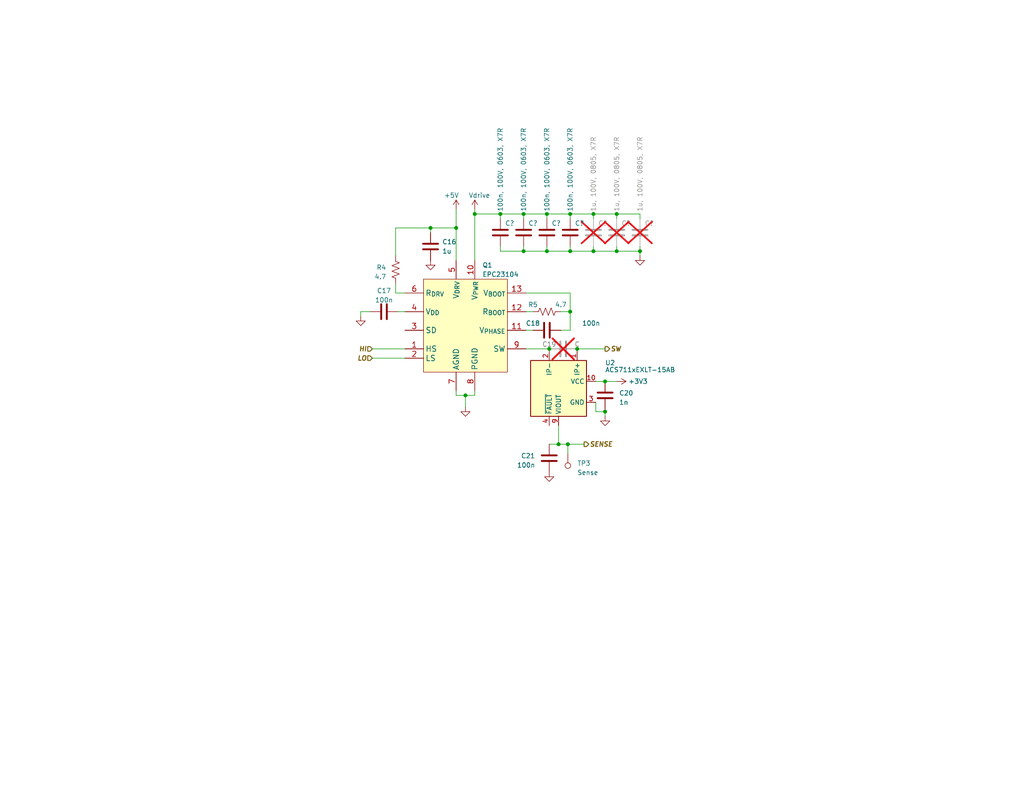
<source format=kicad_sch>
(kicad_sch (version 20230121) (generator eeschema)
  (paper "A")
  (title_block (title "ECE4760 Motor Driver") (date "2023-10-30") (rev "0") (company "Cornell High Energy Synchrotron Source") (comment 1 "Drive Stage") (comment 3 "S. Bywater") (comment 4 "S. Bywater"))
  (lib_symbols
    (symbol "ACS711xEXLT-15AB_1"
      (property "Reference" "U1" (at 17.78 6.35 90))
      (property "Value" "ACS711xEXLT-15AB" (at 17.78 3.81 90))
      (symbol "ACS711xEXLT-15AB_1_0_1"
        (rectangle (start -7.62 7.62) (end 7.62 -7.62) (stroke (width 0.254)) (fill (type background)))
      )
      (symbol "ACS711xEXLT-15AB_1_1_1"
        (pin passive line (at -10.16 5.08 0) (length 2.54) (name "IP+") (number "1"))
        (pin power_in line (at -1.905 10.16 270) (length 2.54) (name "VCC") (number "10"))
        (pin passive line (at -10.16 -2.54 0) (length 2.54) (name "IP-") (number "2"))
        (pin power_in line (at 3.81 10.16 270) (length 2.54) (name "GND") (number "3"))
        (pin output line (at 10.16 -2.54 180) (length 2.54) (name "~{FAULT}") (number "4"))
        (pin no_connect line (at -5.08 -10.16 90) (length 2.54) hide (name "NC") (number "5"))
        (pin no_connect line (at -5.08 -10.16 90) (length 2.54) hide (name "NC") (number "6"))
        (pin no_connect line (at -5.08 -10.16 90) (length 2.54) hide (name "NC") (number "7"))
        (pin no_connect line (at -5.08 -10.16 90) (length 2.54) hide (name "NC") (number "8"))
        (pin output line (at 10.16 0 180) (length 2.54) (name "VIOUT") (number "9"))
      )
    )
    (symbol "Connector:TestPoint" (pin_numbers hide) (pin_names (offset 0.762) hide)
      (property "Reference" "TP" (at 0 6.858 0))
      (property "Value" "TestPoint" (at 0 5.08 0))
      (symbol "TestPoint_0_1"
        (circle (center 0 3.302) (radius 0.762))
      )
      (symbol "TestPoint_1_1"
        (pin passive line (at 0 0 90) (length 2.54) (name "1") (number "1"))
      )
    )
    (symbol "Device:C" (pin_numbers hide) (pin_names (offset 0.254))
      (property "Reference" "C" (at 0.635 2.54 0))
      (property "Value" "C" (at 0.635 -2.54 0))
      (symbol "C_0_1"
        (polyline (pts (xy -2.032 -0.762) (xy 2.032 -0.762)) (stroke (width 0.508)))
        (polyline (pts (xy -2.032 0.762) (xy 2.032 0.762)) (stroke (width 0.508)))
      )
      (symbol "C_1_1"
        (pin passive line (at 0 3.81 270) (length 2.794) (name "~") (number "1"))
        (pin passive line (at 0 -3.81 90) (length 2.794) (name "~") (number "2"))
      )
    )
    (symbol "Device:R_US" (pin_numbers hide) (pin_names (offset 0))
      (property "Reference" "R" (at 2.54 0 90))
      (property "Value" "R_US" (at -2.54 0 90))
      (symbol "R_US_0_1"
        (polyline (pts (xy 0 -2.286) (xy 0 -2.54)))
        (polyline (pts (xy 0 2.286) (xy 0 2.54)))
        (polyline (pts (xy 0 -0.762) (xy 1.016 -1.143) (xy 0 -1.524) (xy -1.016 -1.905) (xy 0 -2.286)))
        (polyline (pts (xy 0 0.762) (xy 1.016 0.381) (xy 0 0) (xy -1.016 -0.381) (xy 0 -0.762)))
        (polyline (pts (xy 0 2.286) (xy 1.016 1.905) (xy 0 1.524) (xy -1.016 1.143) (xy 0 0.762)))
      )
      (symbol "R_US_1_1"
        (pin passive line (at 0 3.81 270) (length 1.27) (name "~") (number "1"))
        (pin passive line (at 0 -3.81 90) (length 1.27) (name "~") (number "2"))
      )
    )
    (symbol "EPC:EPC23104"
      (property "Reference" "Q" (at 6.35 16.51 0))
      (property "Value" "EPC23104" (at 6.35 14.605 0))
      (symbol "EPC23104_0_1"
        (rectangle (start -11.43 12.7) (end 11.43 -12.7) (fill (type background)))
      )
      (symbol "EPC23104_1_1"
        (pin input line (at -16.51 -6.35 0) (length 5.08) (name "HS") (number "1"))
        (pin unspecified line (at 2.54 17.78 270) (length 5.08) (name "V_{PWR}") (number "10"))
        (pin unspecified line (at 16.51 -1.27 180) (length 5.08) (name "V_{PHASE}") (number "11"))
        (pin unspecified line (at 16.51 3.81 180) (length 5.08) (name "R_{BOOT}") (number "12"))
        (pin unspecified line (at 16.51 8.89 180) (length 5.08) (name "V_{BOOT}") (number "13"))
        (pin input line (at -16.51 -8.89 0) (length 5.08) (name "LS") (number "2"))
        (pin input line (at -16.51 -1.27 0) (length 5.08) (name "SD") (number "3"))
        (pin power_out line (at -16.51 3.81 0) (length 5.08) (name "V_{DD}") (number "4"))
        (pin power_in line (at -2.54 17.78 270) (length 5.08) (name "V_{DRV}") (number "5"))
        (pin power_in line (at -16.51 8.89 0) (length 5.08) (name "R_{DRV}") (number "6"))
        (pin power_in line (at -2.54 -17.78 90) (length 5.08) (name "AGND") (number "7"))
        (pin power_in line (at 2.54 -17.78 90) (length 5.08) (name "PGND") (number "8"))
        (pin unspecified line (at 16.51 -6.35 180) (length 5.08) (name "SW") (number "9"))
      )
    )
    (symbol "power:+3V3" (power) (pin_names (offset 0))
      (property "Value" "+3V3" (at 0 3.556 0))
      (symbol "+3V3_0_1"
        (polyline (pts (xy -0.762 1.27) (xy 0 2.54)))
        (polyline (pts (xy 0 0) (xy 0 2.54)))
        (polyline (pts (xy 0 2.54) (xy 0.762 1.27)))
      )
      (symbol "+3V3_1_1"
        (pin power_in line (at 0 0 90) (length 0) hide (name "+3V3") (number "1"))
      )
    )
    (symbol "power:+5V" (power) (pin_names (offset 0))
      (property "Value" "+5V" (at 0 3.556 0))
      (symbol "+5V_0_1"
        (polyline (pts (xy -0.762 1.27) (xy 0 2.54)))
        (polyline (pts (xy 0 0) (xy 0 2.54)))
        (polyline (pts (xy 0 2.54) (xy 0.762 1.27)))
      )
      (symbol "+5V_1_1"
        (pin power_in line (at 0 0 90) (length 0) hide (name "+5V") (number "1"))
      )
    )
    (symbol "power:GND" (power) (pin_names (offset 0))
      (property "Value" "GND" (at 0 -3.81 0))
      (symbol "GND_0_1"
        (polyline (pts (xy 0 0) (xy 0 -1.27) (xy 1.27 -1.27) (xy 0 -2.54) (xy -1.27 -1.27) (xy 0 -1.27)))
      )
      (symbol "GND_1_1"
        (pin power_in line (at 0 0 270) (length 0) hide (name "GND") (number "1"))
      )
    )
    (symbol "power:Vdrive" (power) (pin_names (offset 0))
      (property "Value" "Vdrive" (at 0 3.81 0))
      (symbol "Vdrive_0_1"
        (polyline (pts (xy -0.762 1.27) (xy 0 2.54)))
        (polyline (pts (xy 0 0) (xy 0 2.54)))
        (polyline (pts (xy 0 2.54) (xy 0.762 1.27)))
      )
      (symbol "Vdrive_1_1"
        (pin power_in line (at 0 0 90) (length 0) hide (name "Vdrive") (number "1"))
      )
    )
  )
  (junction (at 124.46 62.23))
  (junction (at 149.86 95.25))
  (junction (at 174.625 68.58))
  (junction (at 127 107.95))
  (junction (at 165.1 104.14))
  (junction (at 136.525 58.42))
  (junction (at 142.875 58.42))
  (junction (at 142.875 68.58))
  (junction (at 149.225 68.58))
  (junction (at 168.275 68.58))
  (junction (at 161.925 68.58))
  (junction (at 155.575 58.42))
  (junction (at 155.575 85.09))
  (junction (at 165.1 112.395))
  (junction (at 154.94 121.285))
  (junction (at 149.225 58.42))
  (junction (at 117.475 62.23))
  (junction (at 129.54 58.42))
  (junction (at 157.48 95.25))
  (junction (at 168.275 58.42))
  (junction (at 161.925 58.42))
  (junction (at 152.4 121.285))
  (junction (at 155.575 68.58))
  (wire (pts (xy 168.275 58.42) (xy 174.625 58.42)))
  (wire (pts (xy 142.875 68.58) (xy 149.225 68.58)))
  (wire (pts (xy 143.51 85.09) (xy 145.415 85.09)))
  (wire (pts (xy 165.1 113.665) (xy 165.1 112.395)))
  (wire (pts (xy 174.625 68.58) (xy 174.625 69.85)))
  (wire (pts (xy 117.475 62.23) (xy 124.46 62.23)))
  (wire (pts (xy 165.1 112.395) (xy 165.1 111.76)))
  (wire (pts (xy 149.225 68.58) (xy 155.575 68.58)))
  (wire (pts (xy 136.525 58.42) (xy 142.875 58.42)))
  (wire (pts (xy 168.275 68.58) (xy 174.625 68.58)))
  (wire (pts (xy 155.575 90.17) (xy 155.575 85.09)))
  (wire (pts (xy 129.54 57.15) (xy 129.54 58.42)))
  (wire (pts (xy 107.95 77.47) (xy 107.95 80.01)))
  (wire (pts (xy 143.51 90.17) (xy 145.415 90.17)))
  (wire (pts (xy 107.95 62.23) (xy 117.475 62.23)))
  (wire (pts (xy 129.54 107.95) (xy 129.54 106.68)))
  (wire (pts (xy 142.875 59.69) (xy 142.875 58.42)))
  (wire (pts (xy 124.46 107.95) (xy 127 107.95)))
  (wire (pts (xy 142.875 58.42) (xy 149.225 58.42)))
  (wire (pts (xy 161.925 59.69) (xy 161.925 58.42)))
  (wire (pts (xy 149.225 58.42) (xy 155.575 58.42)))
  (wire (pts (xy 149.225 67.31) (xy 149.225 68.58)))
  (wire (pts (xy 136.525 59.69) (xy 136.525 58.42)))
  (wire (pts (xy 165.1 104.14) (xy 168.275 104.14)))
  (wire (pts (xy 155.575 59.69) (xy 155.575 58.42)))
  (wire (pts (xy 152.4 121.285) (xy 154.94 121.285)))
  (wire (pts (xy 127 107.95) (xy 129.54 107.95)))
  (wire (pts (xy 161.925 67.31) (xy 161.925 68.58)))
  (wire (pts (xy 155.575 68.58) (xy 161.925 68.58)))
  (wire (pts (xy 149.225 59.69) (xy 149.225 58.42)))
  (wire (pts (xy 155.575 67.31) (xy 155.575 68.58)))
  (wire (pts (xy 124.46 62.23) (xy 124.46 71.12)))
  (wire (pts (xy 101.6 95.25) (xy 110.49 95.25)))
  (wire (pts (xy 136.525 67.31) (xy 136.525 68.58)))
  (wire (pts (xy 98.425 86.36) (xy 98.425 85.09)))
  (wire (pts (xy 162.56 112.395) (xy 165.1 112.395)))
  (wire (pts (xy 129.54 58.42) (xy 136.525 58.42)))
  (wire (pts (xy 155.575 85.09) (xy 155.575 80.01)))
  (wire (pts (xy 152.4 116.205) (xy 152.4 121.285)))
  (wire (pts (xy 143.51 95.25) (xy 149.86 95.25)))
  (wire (pts (xy 117.475 62.23) (xy 117.475 63.5)))
  (wire (pts (xy 153.035 90.17) (xy 155.575 90.17)))
  (wire (pts (xy 149.86 121.285) (xy 152.4 121.285)))
  (wire (pts (xy 168.275 59.69) (xy 168.275 58.42)))
  (wire (pts (xy 154.94 121.285) (xy 159.385 121.285)))
  (wire (pts (xy 107.95 69.85) (xy 107.95 62.23)))
  (wire (pts (xy 157.48 95.25) (xy 157.48 95.885)))
  (wire (pts (xy 136.525 68.58) (xy 142.875 68.58)))
  (wire (pts (xy 129.54 58.42) (xy 129.54 71.12)))
  (wire (pts (xy 124.46 106.68) (xy 124.46 107.95)))
  (wire (pts (xy 110.49 80.01) (xy 107.95 80.01)))
  (wire (pts (xy 155.575 58.42) (xy 161.925 58.42)))
  (wire (pts (xy 153.035 85.09) (xy 155.575 85.09)))
  (wire (pts (xy 154.94 121.285) (xy 154.94 123.825)))
  (wire (pts (xy 174.625 59.69) (xy 174.625 58.42)))
  (wire (pts (xy 143.51 80.01) (xy 155.575 80.01)))
  (wire (pts (xy 162.56 109.855) (xy 162.56 112.395)))
  (wire (pts (xy 162.56 104.14) (xy 165.1 104.14)))
  (wire (pts (xy 101.6 97.79) (xy 110.49 97.79)))
  (wire (pts (xy 161.925 68.58) (xy 168.275 68.58)))
  (wire (pts (xy 127 107.95) (xy 127 111.125)))
  (wire (pts (xy 98.425 85.09) (xy 100.965 85.09)))
  (wire (pts (xy 108.585 85.09) (xy 110.49 85.09)))
  (wire (pts (xy 174.625 67.31) (xy 174.625 68.58)))
  (wire (pts (xy 124.46 57.15) (xy 124.46 62.23)))
  (wire (pts (xy 157.48 95.25) (xy 165.1 95.25)))
  (wire (pts (xy 149.86 95.25) (xy 149.86 95.885)))
  (wire (pts (xy 142.875 67.31) (xy 142.875 68.58)))
  (wire (pts (xy 161.925 58.42) (xy 168.275 58.42)))
  (wire (pts (xy 168.275 67.31) (xy 168.275 68.58)))
  (hierarchical_label "SW" (shape output) (at 165.1 95.25 0) (effects (font bold italic)))
  (hierarchical_label "LO" (shape input) (at 101.6 97.79 180) (effects (font bold italic)))
  (hierarchical_label "SENSE" (shape output) (at 159.385 121.285 0) (effects (font bold italic)))
  (hierarchical_label "HI" (shape input) (at 101.6 95.25 180) (effects (font bold italic)))
  (symbol (lib_id "Device:C") (at 165.1 107.95 180) (unit 1)
    (property "Reference" "C20" (at 168.91 107.315 0) (effects (justify right)))
    (property "Value" "1n" (at 168.91 109.855 0) (effects (justify right)))
    (property "Footprint" "Capacitor_SMD:C_0402_1005Metric" (effects hide))
    (property "DigiKey" "490-GCM155R71H102KA37JCT-ND" (effects hide))
    (property "LCSC" "C1852263" (effects hide))
    (instances (project "ECE4760 Motor Driver" (path "" (reference "C20") (unit 1)) (path "" (reference "C33") (unit 1)) (path "" (reference "C46") (unit 1)) (path "" (reference "C59") (unit 1))))
  )
  (symbol (lib_id "power:GND") (at 165.1 113.665 0) (mirror y) (unit 1)
    (property "Reference" "#PWR053" (effects hide))
    (property "Value" "GND" (effects hide))
    (instances (project "ECE4760 Motor Driver" (path "" (reference "#PWR053") (unit 1)) (path "" (reference "#PWR061") (unit 1)) (path "" (reference "#PWR069") (unit 1)) (path "" (reference "#PWR077") (unit 1))))
  )
  (symbol (lib_id "Device:R_US") (at 149.225 85.09 90) (unit 1)
    (property "Reference" "R5" (at 145.415 83.185 90))
    (property "Value" "4.7" (at 153.035 83.185 90))
    (property "Footprint" "Resistor_SMD:R_0402_1005Metric" (effects hide))
    (property "DigiKey" "311-4.7JRCT-ND" (effects hide))
    (property "LCSC" "C137862" (effects hide))
    (instances (project "ECE4760 Motor Driver" (path "" (reference "R5") (unit 1)) (path "" (reference "R7") (unit 1)) (path "" (reference "R9") (unit 1)) (path "" (reference "R11") (unit 1))))
  )
  (symbol (lib_id "Device:C") (at 149.225 63.5 0) (unit 1)
    (property "Reference" "C?" (at 150.495 60.96 0) (effects (justify left)))
    (property "Value" "100n, 100V, 0603, X7R" (at 149.225 57.785 90) (effects (justify left)))
    (property "Footprint" "Capacitor_SMD:C_0603_1608Metric" (effects hide))
    (property "DigiKey" "490-13420-1-ND" (effects hide))
    (property "LCSC" "C161117" (effects hide))
    (instances (project "ECE4760 Motor Driver" (path "" (reference "C?") (unit 1)) (path "" (reference "C11") (unit 1)) (path "" (reference "C24") (unit 1)) (path "" (reference "C37") (unit 1)) (path "" (reference "C50") (unit 1))))
  )
  (symbol (lib_id "Device:C") (at 168.275 63.5 0) (unit 1) (dnp yes)
    (property "Reference" "C?" (at 169.545 60.96 0) (effects (justify left)))
    (property "Value" "1u, 100V, 0805, X7R" (at 168.275 57.785 90) (effects (justify left)))
    (property "Footprint" "Capacitor_SMD:C_0805_2012Metric" (effects hide))
    (property "DigiKey" "478-KAM21KR72A105KUCT-ND" (effects hide))
    (property "LCSC" "C5370002" (effects hide))
    (instances (project "ECE4760 Motor Driver" (path "" (reference "C?") (unit 1)) (path "" (reference "C14") (unit 1)) (path "" (reference "C27") (unit 1)) (path "" (reference "C40") (unit 1)) (path "" (reference "C53") (unit 1))))
  )
  (symbol (lib_id "power:GND") (at 98.425 86.36 0) (unit 1)
    (property "Reference" "#PWR051" (effects hide))
    (property "Value" "GND" (effects hide))
    (instances (project "ECE4760 Motor Driver" (path "" (reference "#PWR051") (unit 1)) (path "" (reference "#PWR059") (unit 1)) (path "" (reference "#PWR067") (unit 1)) (path "" (reference "#PWR075") (unit 1))))
  )
  (symbol (lib_id "Device:C") (at 174.625 63.5 0) (unit 1) (dnp yes)
    (property "Reference" "C?" (at 175.895 60.96 0) (effects (justify left)))
    (property "Value" "1u, 100V, 0805, X7R" (at 174.625 57.785 90) (effects (justify left)))
    (property "Footprint" "Capacitor_SMD:C_0805_2012Metric" (effects hide))
    (property "DigiKey" "478-KAM21KR72A105KUCT-ND" (effects hide))
    (property "LCSC" "C5370002" (effects hide))
    (instances (project "ECE4760 Motor Driver" (path "" (reference "C?") (unit 1)) (path "" (reference "C15") (unit 1)) (path "" (reference "C28") (unit 1)) (path "" (reference "C41") (unit 1)) (path "" (reference "C54") (unit 1))))
  )
  (symbol (lib_id "Device:C") (at 136.525 63.5 0) (unit 1)
    (property "Reference" "C?" (at 137.795 60.96 0) (effects (justify left)))
    (property "Value" "100n, 100V, 0603, X7R" (at 136.525 57.785 90) (effects (justify left)))
    (property "Footprint" "Capacitor_SMD:C_0603_1608Metric" (effects hide))
    (property "DigiKey" "490-13420-1-ND" (effects hide))
    (property "LCSC" "C161117" (effects hide))
    (instances (project "ECE4760 Motor Driver" (path "" (reference "C?") (unit 1)) (path "" (reference "C9") (unit 1)) (path "" (reference "C22") (unit 1)) (path "" (reference "C35") (unit 1)) (path "" (reference "C48") (unit 1))))
  )
  (symbol (lib_id "power:+3V3") (at 168.275 104.14 270) (unit 1)
    (property "Reference" "#PWR080" (effects hide))
    (property "Value" "+3V3" (at 171.45 104.14 90) (effects (justify left)))
    (instances (project "ECE4760 Motor Driver" (path "" (reference "#PWR080") (unit 1)) (path "" (reference "#PWR081") (unit 1)) (path "" (reference "#PWR082") (unit 1)) (path "" (reference "#PWR083") (unit 1))))
  )
  (symbol (lib_id "Device:C") (at 117.475 67.31 0) (mirror y) (unit 1)
    (property "Reference" "C16" (at 120.65 66.04 0) (effects (justify right)))
    (property "Value" "1u" (at 120.65 68.58 0) (effects (justify right)))
    (property "Footprint" "Capacitor_SMD:C_0402_1005Metric" (effects hide))
    (property "DigiKey" "490-GRM155Z71A105KE01JCT-ND" (effects hide))
    (property "LCSC" "C528974" (effects hide))
    (instances (project "ECE4760 Motor Driver" (path "" (reference "C16") (unit 1)) (path "" (reference "C29") (unit 1)) (path "" (reference "C42") (unit 1)) (path "" (reference "C55") (unit 1))))
  )
  (symbol (lib_id "power:GND") (at 174.625 69.85 0) (unit 1)
    (property "Reference" "#PWR049" (effects hide))
    (property "Value" "GND" (effects hide))
    (instances (project "ECE4760 Motor Driver" (path "" (reference "#PWR049") (unit 1)) (path "" (reference "#PWR057") (unit 1)) (path "" (reference "#PWR065") (unit 1)) (path "" (reference "#PWR073") (unit 1))))
  )
  (symbol (lib_id "Device:C") (at 104.775 85.09 90) (unit 1)
    (property "Reference" "C17" (at 104.775 79.375 90))
    (property "Value" "100n" (at 104.775 81.915 90))
    (property "Footprint" "Capacitor_SMD:C_0402_1005Metric" (effects hide))
    (property "DigiKey" "490-3261-1-ND" (effects hide))
    (property "LCSC" "C71629" (effects hide))
    (instances (project "ECE4760 Motor Driver" (path "" (reference "C17") (unit 1)) (path "" (reference "C30") (unit 1)) (path "" (reference "C43") (unit 1)) (path "" (reference "C56") (unit 1))))
  )
  (symbol (lib_id "Device:C") (at 149.225 90.17 90) (unit 1)
    (property "Reference" "C18" (at 145.415 88.265 90))
    (property "Value" "100n" (at 161.29 88.265 90))
    (property "Footprint" "Capacitor_SMD:C_0402_1005Metric" (effects hide))
    (property "DigiKey" "490-3261-1-ND" (effects hide))
    (property "LCSC" "C71629" (effects hide))
    (instances (project "ECE4760 Motor Driver" (path "" (reference "C18") (unit 1)) (path "" (reference "C31") (unit 1)) (path "" (reference "C44") (unit 1)) (path "" (reference "C57") (unit 1))))
  )
  (symbol (lib_id "Device:C") (at 161.925 63.5 0) (unit 1) (dnp yes)
    (property "Reference" "C?" (at 163.195 60.96 0) (effects (justify left)))
    (property "Value" "1u, 100V, 0805, X7R" (at 161.925 57.785 90) (effects (justify left)))
    (property "Footprint" "Capacitor_SMD:C_0805_2012Metric" (effects hide))
    (property "DigiKey" "478-KAM21KR72A105KUCT-ND" (effects hide))
    (property "LCSC" "C5370002" (effects hide))
    (instances (project "ECE4760 Motor Driver" (path "" (reference "C?") (unit 1)) (path "" (reference "C13") (unit 1)) (path "" (reference "C26") (unit 1)) (path "" (reference "C39") (unit 1)) (path "" (reference "C52") (unit 1))))
  )
  (symbol (lib_id "Device:C") (at 153.67 95.25 90) (unit 1) (dnp yes)
    (property "Reference" "C19" (at 149.86 93.98 90))
    (property "Value" "C" (at 157.48 93.98 90))
    (property "Footprint" "Capacitor_SMD:C_0402_1005Metric" (effects hide))
    (instances (project "ECE4760 Motor Driver" (path "" (reference "C19") (unit 1)) (path "" (reference "C32") (unit 1)) (path "" (reference "C45") (unit 1)) (path "" (reference "C58") (unit 1))))
  )
  (symbol (lib_id "Device:C") (at 142.875 63.5 0) (unit 1)
    (property "Reference" "C?" (at 144.145 60.96 0) (effects (justify left)))
    (property "Value" "100n, 100V, 0603, X7R" (at 142.875 57.785 90) (effects (justify left)))
    (property "Footprint" "Capacitor_SMD:C_0603_1608Metric" (effects hide))
    (property "DigiKey" "490-13420-1-ND" (effects hide))
    (property "LCSC" "C161117" (effects hide))
    (instances (project "ECE4760 Motor Driver" (path "" (reference "C?") (unit 1)) (path "" (reference "C10") (unit 1)) (path "" (reference "C23") (unit 1)) (path "" (reference "C36") (unit 1)) (path "" (reference "C49") (unit 1))))
  )
  (symbol (lib_name "ACS711xEXLT-15AB_1") (lib_id "Sensor_Current:ACS711xEXLT-15AB") (at 152.4 106.045 270) (unit 1)
    (property "Reference" "U2" (at 165.1 99.06 90) (effects (justify left)))
    (property "Value" "ACS711xEXLT-15AB" (at 165.1 100.965 90) (effects (justify left)))
    (property "Footprint" "Sensor_Current:Allegro_QFN-12-10-1EP_3x3mm_P0.5mm" (effects hide))
    (property "Datasheet" "http://www.allegromicro.com/~/Media/Files/Datasheets/ACS711-Datasheet.ashx" (effects hide))
    (property "DigiKey" "620-2048-1-ND" (effects hide))
    (property "Comments" "Any ACS711/2 rated for appropriate current with QFN-12 package" (effects hide))
    (property "LCSC" "C150824" (effects hide))
    (instances (project "ECE4760 Motor Driver" (path "" (reference "U2") (unit 1)) (path "" (reference "U3") (unit 1)) (path "" (reference "U4") (unit 1)) (path "" (reference "U5") (unit 1))))
  )
  (symbol (lib_id "Connector:TestPoint") (at 154.94 123.825 180) (unit 1) (in_bom no)
    (property "Reference" "TP3" (at 157.48 126.492 0) (effects (justify right)))
    (property "Value" "Sense" (at 157.48 129.032 0) (effects (justify right)))
    (property "Footprint" "TestPoint:TestPoint_Pad_D2.0mm" (effects hide))
    (instances (project "ECE4760 Motor Driver" (path "" (reference "TP3") (unit 1)) (path "" (reference "TP4") (unit 1)) (path "" (reference "TP5") (unit 1)) (path "" (reference "TP6") (unit 1))))
  )
  (symbol (lib_id "power:GND") (at 149.86 128.905 0) (mirror y) (unit 1)
    (property "Reference" "#PWR054" (effects hide))
    (property "Value" "GND" (effects hide))
    (instances (project "ECE4760 Motor Driver" (path "" (reference "#PWR054") (unit 1)) (path "" (reference "#PWR062") (unit 1)) (path "" (reference "#PWR070") (unit 1)) (path "" (reference "#PWR078") (unit 1))))
  )
  (symbol (lib_id "power:GND") (at 117.475 71.12 0) (unit 1)
    (property "Reference" "#PWR050" (effects hide))
    (property "Value" "GND" (effects hide))
    (instances (project "ECE4760 Motor Driver" (path "" (reference "#PWR050") (unit 1)) (path "" (reference "#PWR058") (unit 1)) (path "" (reference "#PWR066") (unit 1)) (path "" (reference "#PWR074") (unit 1))))
  )
  (symbol (lib_id "Device:C") (at 155.575 63.5 0) (unit 1)
    (property "Reference" "C?" (at 156.845 60.96 0) (effects (justify left)))
    (property "Value" "100n, 100V, 0603, X7R" (at 155.575 57.785 90) (effects (justify left)))
    (property "Footprint" "Capacitor_SMD:C_0603_1608Metric" (effects hide))
    (property "DigiKey" "490-13420-1-ND" (effects hide))
    (property "LCSC" "C161117" (effects hide))
    (instances (project "ECE4760 Motor Driver" (path "" (reference "C?") (unit 1)) (path "" (reference "C12") (unit 1)) (path "" (reference "C25") (unit 1)) (path "" (reference "C38") (unit 1)) (path "" (reference "C51") (unit 1))))
  )
  (symbol (lib_id "EPC:EPC23104") (at 127 88.9 0) (unit 1)
    (property "Reference" "Q1" (at 131.6102 72.39 0) (effects (justify left)))
    (property "Value" "EPC23104" (at 131.6102 74.93 0) (effects (justify left)))
    (property "Footprint" "EPC:EPC2310x" (effects hide))
    (property "Datasheet" "https://epc-co.com/epc/Portals/0/epc/documents/datasheets/EPC23104_datasheet.pdf" (effects hide))
    (property "DigiKey" "917-EPC23104ENGRTCT-ND" (effects hide))
    (property "Comments" "Any EPC2310x except EPC23101" (effects hide))
    (instances (project "ECE4760 Motor Driver" (path "" (reference "Q1") (unit 1)) (path "" (reference "Q2") (unit 1)) (path "" (reference "Q3") (unit 1)) (path "" (reference "Q4") (unit 1))))
  )
  (symbol (lib_id "Device:C") (at 149.86 125.095 0) (mirror x) (unit 1)
    (property "Reference" "C21" (at 146.05 124.46 0) (effects (justify right)))
    (property "Value" "100n" (at 146.05 127 0) (effects (justify right)))
    (property "Footprint" "Capacitor_SMD:C_0402_1005Metric" (effects hide))
    (property "DigiKey" "490-3261-1-ND" (effects hide))
    (property "LCSC" "C71629" (effects hide))
    (instances (project "ECE4760 Motor Driver" (path "" (reference "C21") (unit 1)) (path "" (reference "C34") (unit 1)) (path "" (reference "C47") (unit 1)) (path "" (reference "C60") (unit 1))))
  )
  (symbol (lib_id "power:+5V") (at 124.46 57.15 0) (unit 1)
    (property "Reference" "#PWR047" (effects hide))
    (property "Value" "+5V" (at 123.19 53.34 0))
    (instances (project "ECE4760 Motor Driver" (path "" (reference "#PWR047") (unit 1)) (path "" (reference "#PWR055") (unit 1)) (path "" (reference "#PWR063") (unit 1)) (path "" (reference "#PWR071") (unit 1))))
  )
  (symbol (lib_id "power:Vdrive") (at 129.54 57.15 0) (unit 1)
    (property "Reference" "#PWR048" (effects hide))
    (property "Value" "Vdrive" (at 130.81 53.34 0))
    (instances (project "ECE4760 Motor Driver" (path "" (reference "#PWR048") (unit 1)) (path "" (reference "#PWR056") (unit 1)) (path "" (reference "#PWR064") (unit 1)) (path "" (reference "#PWR072") (unit 1))))
  )
  (symbol (lib_id "power:GND") (at 127 111.125 0) (unit 1)
    (property "Reference" "#PWR052" (effects hide))
    (property "Value" "GND" (effects hide))
    (instances (project "ECE4760 Motor Driver" (path "" (reference "#PWR052") (unit 1)) (path "" (reference "#PWR060") (unit 1)) (path "" (reference "#PWR068") (unit 1)) (path "" (reference "#PWR076") (unit 1))))
  )
  (symbol (lib_id "Device:R_US") (at 107.95 73.66 0) (unit 1)
    (property "Reference" "R4" (at 105.41 73.025 0) (effects (justify right)))
    (property "Value" "4.7" (at 105.41 75.565 0) (effects (justify right)))
    (property "Footprint" "Resistor_SMD:R_0402_1005Metric" (effects hide))
    (property "DigiKey" "311-4.7JRCT-ND" (effects hide))
    (property "LCSC" "C137862" (effects hide))
    (instances (project "ECE4760 Motor Driver" (path "" (reference "R4") (unit 1)) (path "" (reference "R6") (unit 1)) (path "" (reference "R8") (unit 1)) (path "" (reference "R10") (unit 1))))
  )
)
</source>
